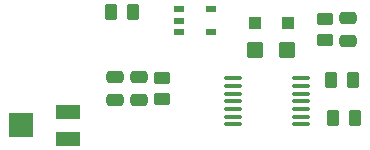
<source format=gbr>
%TF.GenerationSoftware,KiCad,Pcbnew,9.0.0*%
%TF.CreationDate,2025-04-10T19:53:04-06:00*%
%TF.ProjectId,WakeCircuit,57616b65-4369-4726-9375-69742e6b6963,rev?*%
%TF.SameCoordinates,Original*%
%TF.FileFunction,Paste,Top*%
%TF.FilePolarity,Positive*%
%FSLAX46Y46*%
G04 Gerber Fmt 4.6, Leading zero omitted, Abs format (unit mm)*
G04 Created by KiCad (PCBNEW 9.0.0) date 2025-04-10 19:53:04*
%MOMM*%
%LPD*%
G01*
G04 APERTURE LIST*
G04 Aperture macros list*
%AMRoundRect*
0 Rectangle with rounded corners*
0 $1 Rounding radius*
0 $2 $3 $4 $5 $6 $7 $8 $9 X,Y pos of 4 corners*
0 Add a 4 corners polygon primitive as box body*
4,1,4,$2,$3,$4,$5,$6,$7,$8,$9,$2,$3,0*
0 Add four circle primitives for the rounded corners*
1,1,$1+$1,$2,$3*
1,1,$1+$1,$4,$5*
1,1,$1+$1,$6,$7*
1,1,$1+$1,$8,$9*
0 Add four rect primitives between the rounded corners*
20,1,$1+$1,$2,$3,$4,$5,0*
20,1,$1+$1,$4,$5,$6,$7,0*
20,1,$1+$1,$6,$7,$8,$9,0*
20,1,$1+$1,$8,$9,$2,$3,0*%
G04 Aperture macros list end*
%ADD10R,2.000000X1.300000*%
%ADD11R,2.000000X2.000000*%
%ADD12RoundRect,0.250000X-0.450000X-0.425000X0.450000X-0.425000X0.450000X0.425000X-0.450000X0.425000X0*%
%ADD13RoundRect,0.250000X-0.475000X0.250000X-0.475000X-0.250000X0.475000X-0.250000X0.475000X0.250000X0*%
%ADD14RoundRect,0.250000X0.450000X-0.262500X0.450000X0.262500X-0.450000X0.262500X-0.450000X-0.262500X0*%
%ADD15RoundRect,0.250000X0.300000X0.300000X-0.300000X0.300000X-0.300000X-0.300000X0.300000X-0.300000X0*%
%ADD16RoundRect,0.250000X0.262500X0.450000X-0.262500X0.450000X-0.262500X-0.450000X0.262500X-0.450000X0*%
%ADD17RoundRect,0.250000X0.475000X-0.250000X0.475000X0.250000X-0.475000X0.250000X-0.475000X-0.250000X0*%
%ADD18RoundRect,0.250000X-0.262500X-0.450000X0.262500X-0.450000X0.262500X0.450000X-0.262500X0.450000X0*%
%ADD19RoundRect,0.100000X0.637500X0.100000X-0.637500X0.100000X-0.637500X-0.100000X0.637500X-0.100000X0*%
%ADD20R,0.972299X0.508000*%
G04 APERTURE END LIST*
D10*
%TO.C,RV1*%
X97266702Y-110708604D03*
D11*
X93266702Y-111858604D03*
D10*
X97266702Y-113008604D03*
%TD*%
D12*
%TO.C,C2*%
X113150000Y-105500000D03*
X115850000Y-105500000D03*
%TD*%
D13*
%TO.C,C3*%
X103250000Y-107800000D03*
X103250000Y-109700000D03*
%TD*%
D14*
%TO.C,R2*%
X105250000Y-109662500D03*
X105250000Y-107837500D03*
%TD*%
D15*
%TO.C,D1*%
X115900000Y-103250000D03*
X113100000Y-103250000D03*
%TD*%
D16*
%TO.C,R1*%
X102750000Y-102250000D03*
X100925000Y-102250000D03*
%TD*%
D17*
%TO.C,C4*%
X101250000Y-109700000D03*
X101250000Y-107800000D03*
%TD*%
D18*
%TO.C,R5*%
X119750000Y-111250000D03*
X121575000Y-111250000D03*
%TD*%
D19*
%TO.C,U3*%
X117000000Y-111800000D03*
X117000000Y-111150000D03*
X117000000Y-110500000D03*
X117000000Y-109850000D03*
X117000000Y-109200000D03*
X117000000Y-108550000D03*
X117000000Y-107900000D03*
X111275000Y-107900000D03*
X111275000Y-108550000D03*
X111275000Y-109200000D03*
X111275000Y-109850000D03*
X111275000Y-110500000D03*
X111275000Y-111150000D03*
X111275000Y-111800000D03*
%TD*%
D14*
%TO.C,R4*%
X119000000Y-104662500D03*
X119000000Y-102837500D03*
%TD*%
D20*
%TO.C,U1*%
X106637549Y-102050040D03*
X106637549Y-103000000D03*
X106637549Y-103949960D03*
X109362451Y-103949960D03*
X109362451Y-102050040D03*
%TD*%
D18*
%TO.C,R3*%
X119587500Y-108000000D03*
X121412500Y-108000000D03*
%TD*%
D17*
%TO.C,C1*%
X121000000Y-104700000D03*
X121000000Y-102800000D03*
%TD*%
M02*

</source>
